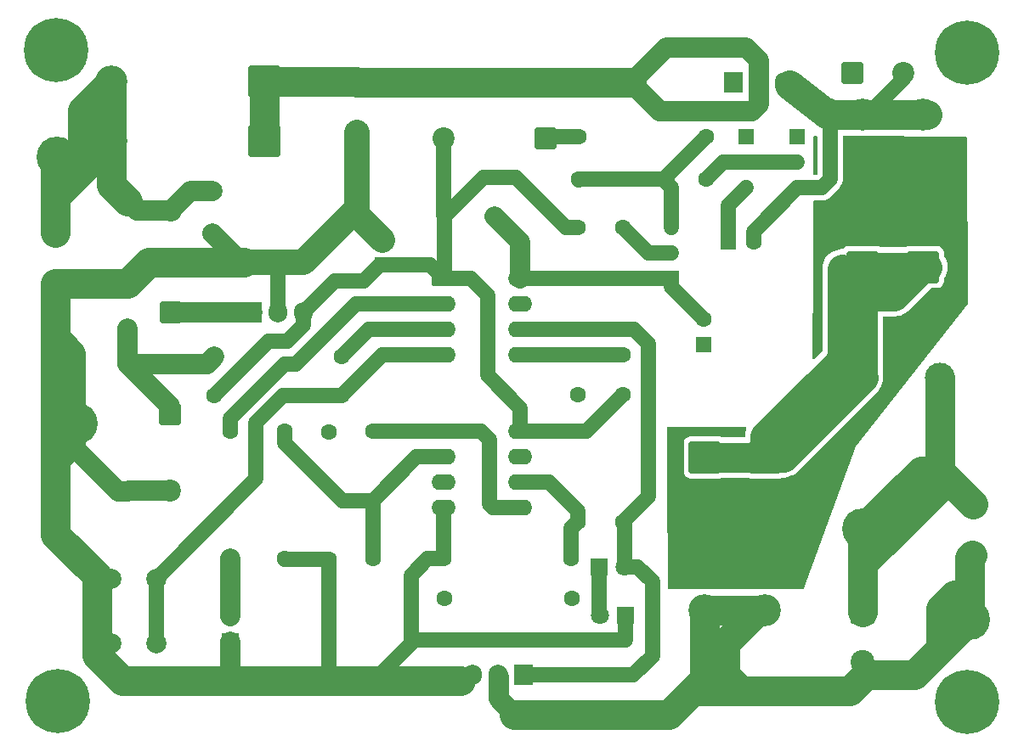
<source format=gbl>
G04 #@! TF.GenerationSoftware,KiCad,Pcbnew,9.0.6*
G04 #@! TF.CreationDate,2025-12-02T20:54:42+09:00*
G04 #@! TF.ProjectId,12f683MPPT,31326636-3833-44d5-9050-542e6b696361,rev?*
G04 #@! TF.SameCoordinates,Original*
G04 #@! TF.FileFunction,Copper,L2,Bot*
G04 #@! TF.FilePolarity,Positive*
%FSLAX46Y46*%
G04 Gerber Fmt 4.6, Leading zero omitted, Abs format (unit mm)*
G04 Created by KiCad (PCBNEW 9.0.6) date 2025-12-02 20:54:42*
%MOMM*%
%LPD*%
G01*
G04 APERTURE LIST*
G04 Aperture macros list*
%AMRoundRect*
0 Rectangle with rounded corners*
0 $1 Rounding radius*
0 $2 $3 $4 $5 $6 $7 $8 $9 X,Y pos of 4 corners*
0 Add a 4 corners polygon primitive as box body*
4,1,4,$2,$3,$4,$5,$6,$7,$8,$9,$2,$3,0*
0 Add four circle primitives for the rounded corners*
1,1,$1+$1,$2,$3*
1,1,$1+$1,$4,$5*
1,1,$1+$1,$6,$7*
1,1,$1+$1,$8,$9*
0 Add four rect primitives between the rounded corners*
20,1,$1+$1,$2,$3,$4,$5,0*
20,1,$1+$1,$4,$5,$6,$7,0*
20,1,$1+$1,$6,$7,$8,$9,0*
20,1,$1+$1,$8,$9,$2,$3,0*%
G04 Aperture macros list end*
G04 #@! TA.AperFunction,ComponentPad*
%ADD10RoundRect,0.249999X-0.850001X0.850001X-0.850001X-0.850001X0.850001X-0.850001X0.850001X0.850001X0*%
G04 #@! TD*
G04 #@! TA.AperFunction,ComponentPad*
%ADD11C,2.200000*%
G04 #@! TD*
G04 #@! TA.AperFunction,ComponentPad*
%ADD12RoundRect,0.250001X-0.949999X0.949999X-0.949999X-0.949999X0.949999X-0.949999X0.949999X0.949999X0*%
G04 #@! TD*
G04 #@! TA.AperFunction,ComponentPad*
%ADD13C,2.400000*%
G04 #@! TD*
G04 #@! TA.AperFunction,ComponentPad*
%ADD14RoundRect,0.250000X-0.550000X-0.550000X0.550000X-0.550000X0.550000X0.550000X-0.550000X0.550000X0*%
G04 #@! TD*
G04 #@! TA.AperFunction,ComponentPad*
%ADD15C,1.600000*%
G04 #@! TD*
G04 #@! TA.AperFunction,ComponentPad*
%ADD16RoundRect,0.250000X0.550000X-0.550000X0.550000X0.550000X-0.550000X0.550000X-0.550000X-0.550000X0*%
G04 #@! TD*
G04 #@! TA.AperFunction,ComponentPad*
%ADD17R,1.800000X1.800000*%
G04 #@! TD*
G04 #@! TA.AperFunction,ComponentPad*
%ADD18C,1.800000*%
G04 #@! TD*
G04 #@! TA.AperFunction,ComponentPad*
%ADD19RoundRect,0.250000X1.350000X1.350000X-1.350000X1.350000X-1.350000X-1.350000X1.350000X-1.350000X0*%
G04 #@! TD*
G04 #@! TA.AperFunction,ComponentPad*
%ADD20C,3.200000*%
G04 #@! TD*
G04 #@! TA.AperFunction,ComponentPad*
%ADD21C,3.000000*%
G04 #@! TD*
G04 #@! TA.AperFunction,ComponentPad*
%ADD22R,1.500000X1.500000*%
G04 #@! TD*
G04 #@! TA.AperFunction,ComponentPad*
%ADD23C,1.500000*%
G04 #@! TD*
G04 #@! TA.AperFunction,ComponentPad*
%ADD24RoundRect,0.250000X-0.950000X-0.550000X0.950000X-0.550000X0.950000X0.550000X-0.950000X0.550000X0*%
G04 #@! TD*
G04 #@! TA.AperFunction,ComponentPad*
%ADD25O,2.400000X1.600000*%
G04 #@! TD*
G04 #@! TA.AperFunction,ComponentPad*
%ADD26RoundRect,0.249999X0.850001X-0.850001X0.850001X0.850001X-0.850001X0.850001X-0.850001X-0.850001X0*%
G04 #@! TD*
G04 #@! TA.AperFunction,ComponentPad*
%ADD27R,1.905000X2.000000*%
G04 #@! TD*
G04 #@! TA.AperFunction,ComponentPad*
%ADD28O,1.905000X2.000000*%
G04 #@! TD*
G04 #@! TA.AperFunction,ComponentPad*
%ADD29RoundRect,0.250000X1.350000X-1.350000X1.350000X1.350000X-1.350000X1.350000X-1.350000X-1.350000X0*%
G04 #@! TD*
G04 #@! TA.AperFunction,ComponentPad*
%ADD30RoundRect,0.250000X-1.350000X1.350000X-1.350000X-1.350000X1.350000X-1.350000X1.350000X1.350000X0*%
G04 #@! TD*
G04 #@! TA.AperFunction,ComponentPad*
%ADD31C,2.000000*%
G04 #@! TD*
G04 #@! TA.AperFunction,ComponentPad*
%ADD32C,4.064000*%
G04 #@! TD*
G04 #@! TA.AperFunction,ComponentPad*
%ADD33RoundRect,0.249999X-0.850001X-0.850001X0.850001X-0.850001X0.850001X0.850001X-0.850001X0.850001X0*%
G04 #@! TD*
G04 #@! TA.AperFunction,ComponentPad*
%ADD34C,6.400000*%
G04 #@! TD*
G04 #@! TA.AperFunction,ComponentPad*
%ADD35RoundRect,0.249999X0.850001X0.850001X-0.850001X0.850001X-0.850001X-0.850001X0.850001X-0.850001X0*%
G04 #@! TD*
G04 #@! TA.AperFunction,Conductor*
%ADD36C,2.000000*%
G04 #@! TD*
G04 #@! TA.AperFunction,Conductor*
%ADD37C,3.000000*%
G04 #@! TD*
G04 #@! TA.AperFunction,Conductor*
%ADD38C,1.500000*%
G04 #@! TD*
G04 #@! TA.AperFunction,Conductor*
%ADD39C,1.000000*%
G04 #@! TD*
G04 #@! TA.AperFunction,Conductor*
%ADD40C,2.500000*%
G04 #@! TD*
G04 APERTURE END LIST*
D10*
X51200000Y-66590000D03*
D11*
X51200000Y-74210000D03*
D12*
X120250000Y-86250000D03*
D13*
X120250000Y-91250000D03*
D14*
X106832189Y-49389270D03*
D15*
X109332189Y-49389270D03*
D16*
X72400000Y-51700000D03*
D15*
X72400000Y-49200000D03*
D16*
X104400000Y-59600000D03*
D15*
X104400000Y-57100000D03*
D17*
X57200000Y-89275000D03*
D18*
X57200000Y-86735000D03*
D19*
X60590000Y-39300000D03*
D20*
X45350000Y-39300000D03*
D21*
X120270000Y-62900000D03*
X127890000Y-62900000D03*
D22*
X101190000Y-52990000D03*
D23*
X101190000Y-50450000D03*
X101190000Y-47910000D03*
D22*
X108630000Y-38900000D03*
D23*
X108630000Y-41440000D03*
X108630000Y-43980000D03*
D22*
X113730000Y-38900000D03*
D23*
X113730000Y-41440000D03*
X113730000Y-43980000D03*
D15*
X78500192Y-80999678D03*
X91200192Y-80999678D03*
X67080000Y-81000000D03*
X67080000Y-68300000D03*
X71460000Y-68270000D03*
X71460000Y-80970000D03*
X47000000Y-45350000D03*
X47000000Y-58050000D03*
X57200000Y-80950000D03*
X57200000Y-68250000D03*
X55650000Y-60800000D03*
X68350000Y-60800000D03*
X91960000Y-38900000D03*
X104660000Y-38900000D03*
X104650000Y-43150000D03*
X91950000Y-43150000D03*
X68350000Y-64700000D03*
X55650000Y-64700000D03*
D24*
X78460000Y-53020000D03*
D25*
X78460000Y-55560000D03*
X78460000Y-58100000D03*
X78460000Y-60640000D03*
X86080000Y-60640000D03*
X86080000Y-58100000D03*
X86080000Y-55560000D03*
X86080000Y-53020000D03*
D15*
X47000000Y-61550000D03*
X47000000Y-74250000D03*
D26*
X51300000Y-56380000D03*
D11*
X51300000Y-46220000D03*
D27*
X59420000Y-56400000D03*
D28*
X61960000Y-56400000D03*
X64500000Y-56400000D03*
D24*
X78500000Y-68280000D03*
D25*
X78500000Y-70820000D03*
X78500000Y-73360000D03*
X78500000Y-75900000D03*
X86120000Y-75900000D03*
X86120000Y-73360000D03*
X86120000Y-70820000D03*
X86120000Y-68280000D03*
D17*
X93990000Y-81800000D03*
D18*
X96530000Y-81800000D03*
D29*
X126250000Y-51880000D03*
D20*
X126250000Y-36640000D03*
D17*
X96560000Y-86670000D03*
D18*
X94020000Y-86670000D03*
D15*
X91226043Y-84929030D03*
X78526043Y-84929030D03*
D30*
X110500000Y-70875000D03*
D20*
X110500000Y-86115000D03*
D30*
X104500000Y-70875000D03*
D20*
X104500000Y-86115000D03*
D15*
X91810000Y-77320000D03*
X91810000Y-64620000D03*
D29*
X120250000Y-51875000D03*
D20*
X120250000Y-36635000D03*
D19*
X60590000Y-33400000D03*
D20*
X45350000Y-33400000D03*
D31*
X39800000Y-48430000D03*
X39800000Y-53510000D03*
X131150000Y-80640000D03*
X131150000Y-75560000D03*
D15*
X78570000Y-46840000D03*
X83570000Y-46840000D03*
D32*
X39940000Y-40950000D03*
X42000000Y-67500000D03*
X130910000Y-87030000D03*
X120250000Y-78000000D03*
D15*
X96340000Y-64630000D03*
X96340000Y-77330000D03*
X91820000Y-47900000D03*
X91820000Y-60600000D03*
X96360000Y-47900000D03*
X96360000Y-60600000D03*
X62640000Y-68280000D03*
X62640000Y-80980000D03*
D12*
X69850000Y-33470000D03*
D13*
X69850000Y-38470000D03*
D33*
X119177818Y-32500000D03*
D11*
X124257818Y-32500000D03*
D27*
X86440000Y-92555000D03*
D28*
X83900000Y-92555000D03*
X81360000Y-92555000D03*
D27*
X107300000Y-33500000D03*
D28*
X109840000Y-33500000D03*
X112380000Y-33500000D03*
D31*
X45350000Y-89450000D03*
X45350000Y-82950000D03*
X49850000Y-89450000D03*
X49850000Y-82950000D03*
D34*
X130657600Y-30480000D03*
X40055800Y-95199200D03*
X39903400Y-30251400D03*
X130606800Y-95275400D03*
D35*
X88595200Y-39039800D03*
D11*
X78435200Y-39039800D03*
D31*
X55400000Y-48500000D03*
X55200000Y-56400000D03*
X55400000Y-44300000D03*
D36*
X51200000Y-66590000D02*
X51200000Y-65750000D01*
X51200000Y-65750000D02*
X47000000Y-61550000D01*
X47040000Y-74210000D02*
X47000000Y-74250000D01*
X51200000Y-74210000D02*
X47040000Y-74210000D01*
D37*
X120250000Y-81500000D02*
X120250000Y-86250000D01*
X120250000Y-81500000D02*
X127890000Y-73860000D01*
X127890000Y-72200000D02*
X131200000Y-75510000D01*
X127890000Y-72200000D02*
X126050000Y-72200000D01*
X127890000Y-62900000D02*
X127890000Y-72200000D01*
X126050000Y-72200000D02*
X120250000Y-78000000D01*
X127890000Y-73860000D02*
X127890000Y-72200000D01*
X120250000Y-78000000D02*
X120250000Y-81500000D01*
X103270000Y-94170000D02*
X100940000Y-96500000D01*
X110500000Y-86115000D02*
X109785000Y-86115000D01*
X120540000Y-92530000D02*
X125410000Y-92530000D01*
X118900000Y-94170000D02*
X120540000Y-92530000D01*
X100940000Y-96500000D02*
X85500000Y-96500000D01*
X104500000Y-86115000D02*
X104500000Y-92940000D01*
X104500000Y-86115000D02*
X110500000Y-86115000D01*
X125410000Y-92530000D02*
X127980000Y-89960000D01*
X127980000Y-89960000D02*
X130910000Y-87030000D01*
D38*
X83840000Y-92780000D02*
X84060000Y-92560000D01*
D37*
X127980000Y-85980000D02*
X127980000Y-89960000D01*
X130910000Y-80880000D02*
X131150000Y-80640000D01*
X129320000Y-84640000D02*
X127980000Y-85980000D01*
X109785000Y-86115000D02*
X106500000Y-89400000D01*
X106500000Y-89400000D02*
X106500000Y-92570000D01*
X103270000Y-94170000D02*
X108100000Y-94170000D01*
X108100000Y-94170000D02*
X110020000Y-94170000D01*
D36*
X83947000Y-94947000D02*
X85500000Y-96500000D01*
D37*
X130910000Y-84640000D02*
X130910000Y-80880000D01*
X110020000Y-94170000D02*
X118900000Y-94170000D01*
X106500000Y-92570000D02*
X108100000Y-94170000D01*
D36*
X83947000Y-92710000D02*
X83947000Y-94947000D01*
D37*
X130910000Y-84640000D02*
X129320000Y-84640000D01*
X130910000Y-87030000D02*
X130910000Y-84640000D01*
X104500000Y-92940000D02*
X103270000Y-94170000D01*
X112900000Y-33700000D02*
X116780000Y-36640000D01*
X116780000Y-36640000D02*
X120720000Y-36640000D01*
D38*
X109332189Y-48377811D02*
X113730000Y-43980000D01*
X116970000Y-43140000D02*
X116130000Y-43980000D01*
X124257818Y-33102182D02*
X120720000Y-36640000D01*
X116970000Y-35870370D02*
X116970000Y-43140000D01*
D39*
X126734000Y-36576000D02*
X126670000Y-36640000D01*
D38*
X116130000Y-43980000D02*
X113730000Y-43980000D01*
D37*
X120720000Y-36640000D02*
X126670000Y-36640000D01*
D38*
X124257818Y-32500000D02*
X124257818Y-33102182D01*
X109332189Y-49389270D02*
X109332189Y-48377811D01*
D37*
X39800000Y-53510000D02*
X39800000Y-71080000D01*
D36*
X86080000Y-53020000D02*
X86080000Y-49350000D01*
D40*
X55190000Y-93170000D02*
X57200000Y-93170000D01*
D38*
X75250000Y-82650000D02*
X75250000Y-89410000D01*
X67080000Y-92250000D02*
X68000000Y-93170000D01*
X78500192Y-80999678D02*
X76900322Y-80999678D01*
D37*
X46505787Y-93170000D02*
X75370000Y-93170000D01*
D36*
X55400000Y-48500000D02*
X58300000Y-51400000D01*
D37*
X49100000Y-51400000D02*
X58600000Y-51400000D01*
D38*
X86080000Y-53020000D02*
X101160000Y-53020000D01*
D37*
X39800000Y-78550000D02*
X43930000Y-82680000D01*
D40*
X72400000Y-49200000D02*
X69850000Y-46650000D01*
D38*
X78500000Y-75900000D02*
X78500000Y-80999486D01*
D37*
X39800000Y-53510000D02*
X46990000Y-53510000D01*
D38*
X62660000Y-81000000D02*
X62640000Y-80980000D01*
X75590000Y-89070000D02*
X75250000Y-89410000D01*
X80910000Y-93170000D02*
X81520000Y-92560000D01*
X61960000Y-51460000D02*
X61900000Y-51400000D01*
D37*
X75370000Y-93170000D02*
X80150000Y-93170000D01*
X39800000Y-53510000D02*
X39800000Y-58980000D01*
D40*
X75320000Y-93170000D02*
X80150000Y-93170000D01*
X46505787Y-93170000D02*
X55190000Y-93170000D01*
D38*
X96560000Y-86670000D02*
X96560000Y-89070000D01*
D37*
X41340000Y-60520000D02*
X39800000Y-58980000D01*
D40*
X61900000Y-51400000D02*
X64500000Y-51400000D01*
D36*
X46050000Y-74250000D02*
X41340000Y-69540000D01*
D40*
X58600000Y-51400000D02*
X61900000Y-51400000D01*
D37*
X41340000Y-69540000D02*
X41340000Y-68790000D01*
D38*
X67080000Y-81000000D02*
X67080000Y-92250000D01*
D37*
X46990000Y-53510000D02*
X49100000Y-51400000D01*
X41340000Y-68790000D02*
X41340000Y-60520000D01*
D38*
X61960000Y-56400000D02*
X61960000Y-51460000D01*
D36*
X86080000Y-49350000D02*
X83570000Y-46840000D01*
D38*
X101190000Y-53890000D02*
X104400000Y-57100000D01*
D37*
X43930000Y-89180000D02*
X43930000Y-90594213D01*
D38*
X80150000Y-93170000D02*
X80910000Y-93170000D01*
D40*
X69850000Y-46650000D02*
X69850000Y-46050000D01*
X71490000Y-93170000D02*
X75320000Y-93170000D01*
X68000000Y-93170000D02*
X71490000Y-93170000D01*
D38*
X78500000Y-80999486D02*
X78500192Y-80999678D01*
D36*
X57200000Y-89275000D02*
X57200000Y-93170000D01*
D38*
X96560000Y-89070000D02*
X75590000Y-89070000D01*
D40*
X57200000Y-93170000D02*
X68000000Y-93170000D01*
D37*
X39800000Y-60030000D02*
X39940000Y-60170000D01*
D40*
X69850000Y-46050000D02*
X64500000Y-51400000D01*
D37*
X39800000Y-58980000D02*
X39800000Y-60030000D01*
X39800000Y-71080000D02*
X39800000Y-78550000D01*
D40*
X69850000Y-46050000D02*
X69850000Y-38470000D01*
D37*
X43930000Y-90594213D02*
X46505787Y-93170000D01*
X43930000Y-82680000D02*
X43930000Y-89180000D01*
D38*
X67080000Y-81000000D02*
X62660000Y-81000000D01*
X101190000Y-52990000D02*
X101190000Y-53890000D01*
D36*
X47000000Y-74250000D02*
X46050000Y-74250000D01*
X58300000Y-51400000D02*
X58600000Y-51400000D01*
D40*
X64500000Y-51400000D02*
X58600000Y-51400000D01*
D38*
X101160000Y-53020000D02*
X101190000Y-52990000D01*
X75250000Y-89410000D02*
X71490000Y-93170000D01*
X76900322Y-80999678D02*
X75250000Y-82650000D01*
D37*
X39800000Y-71080000D02*
X41340000Y-69540000D01*
D38*
X91960000Y-38900000D02*
X88735000Y-38900000D01*
X106832189Y-49389270D02*
X106832189Y-45777811D01*
X88735000Y-38900000D02*
X88595200Y-39039800D01*
X106832189Y-45777811D02*
X108630000Y-43980000D01*
X88750000Y-38900000D02*
X88650000Y-38800000D01*
X72400000Y-51700000D02*
X77140000Y-51700000D01*
X86120000Y-68280000D02*
X92690000Y-68280000D01*
X78460000Y-53020000D02*
X81160000Y-53020000D01*
X64500000Y-56400000D02*
X67600000Y-53300000D01*
X61050000Y-59300000D02*
X62900000Y-59300000D01*
X67600000Y-53300000D02*
X70500000Y-53300000D01*
X78570000Y-46840000D02*
X78570000Y-52910000D01*
X78435200Y-46705200D02*
X78570000Y-46840000D01*
X70500000Y-53300000D02*
X72100000Y-51700000D01*
X82840000Y-54700000D02*
X82840000Y-62700000D01*
X91820000Y-47900000D02*
X90622800Y-47900000D01*
X92690000Y-68280000D02*
X96340000Y-64630000D01*
X81160000Y-53020000D02*
X82840000Y-54700000D01*
X82840000Y-62700000D02*
X86120000Y-65980000D01*
X55650000Y-64700000D02*
X61050000Y-59300000D01*
X64500000Y-57700000D02*
X64500000Y-56400000D01*
X72100000Y-51700000D02*
X72400000Y-51700000D01*
X86120000Y-65980000D02*
X86120000Y-68280000D01*
X78435200Y-39039800D02*
X78435200Y-46705200D01*
X82458600Y-42951400D02*
X78570000Y-46840000D01*
X62900000Y-59300000D02*
X64500000Y-57700000D01*
X90622800Y-47900000D02*
X85674200Y-42951400D01*
X77140000Y-51700000D02*
X78460000Y-53020000D01*
X85674200Y-42951400D02*
X82458600Y-42951400D01*
X78570000Y-52910000D02*
X78460000Y-53020000D01*
X78490000Y-46760000D02*
X78570000Y-46840000D01*
D37*
X60590000Y-33400000D02*
X69780000Y-33400000D01*
D36*
X109840000Y-33500000D02*
X109840000Y-35660000D01*
X108640000Y-30000000D02*
X100630000Y-30000000D01*
X99990000Y-36300000D02*
X97160000Y-33470000D01*
D38*
X109880000Y-33530000D02*
X109810000Y-33600000D01*
D36*
X109840000Y-35660000D02*
X109200000Y-36300000D01*
X109855000Y-33528000D02*
X109855000Y-31265000D01*
X109855000Y-31265000D02*
X109880000Y-31240000D01*
X109880000Y-31240000D02*
X108640000Y-30000000D01*
X100630000Y-30000000D02*
X97160000Y-33470000D01*
D37*
X97160000Y-33470000D02*
X69850000Y-33470000D01*
X60590000Y-33400000D02*
X60590000Y-39300000D01*
D36*
X109200000Y-36300000D02*
X99990000Y-36300000D01*
D37*
X69780000Y-33400000D02*
X69850000Y-33470000D01*
X117500000Y-61800000D02*
X118200000Y-61100000D01*
X123330000Y-54800000D02*
X126250000Y-51880000D01*
X110500000Y-68800000D02*
X117500000Y-61800000D01*
X120250000Y-54800000D02*
X120250000Y-60500000D01*
X110500000Y-70875000D02*
X110500000Y-68800000D01*
X120250000Y-54800000D02*
X123330000Y-54800000D01*
X120720000Y-51880000D02*
X126670000Y-51880000D01*
X118200000Y-61100000D02*
X118200000Y-52100000D01*
X120250000Y-51875000D02*
X120250000Y-54800000D01*
X112295000Y-70875000D02*
X120270000Y-62900000D01*
X120250000Y-62880000D02*
X120270000Y-62900000D01*
X120250000Y-60500000D02*
X120250000Y-62880000D01*
X110500000Y-70875000D02*
X112295000Y-70875000D01*
X104500000Y-70875000D02*
X110500000Y-70875000D01*
X45350000Y-33400000D02*
X42500000Y-36250000D01*
X42500000Y-36250000D02*
X42500000Y-39400000D01*
X39800000Y-48430000D02*
X39800000Y-44850000D01*
X39800000Y-48430000D02*
X39800000Y-41090000D01*
D36*
X51300000Y-46220000D02*
X47870000Y-46220000D01*
D37*
X45350000Y-43700000D02*
X47000000Y-45350000D01*
D36*
X47870000Y-46220000D02*
X47000000Y-45350000D01*
D37*
X39800000Y-41090000D02*
X39940000Y-40950000D01*
D36*
X55400000Y-44300000D02*
X53220000Y-44300000D01*
D37*
X39800000Y-44850000D02*
X45350000Y-39300000D01*
X45350000Y-39300000D02*
X45350000Y-43700000D01*
X45350000Y-33400000D02*
X45350000Y-39300000D01*
X40040000Y-41050000D02*
X39940000Y-40950000D01*
D36*
X53220000Y-44300000D02*
X51300000Y-46220000D01*
X57200000Y-86735000D02*
X57200000Y-80950000D01*
D38*
X97460000Y-58100000D02*
X98890000Y-59530000D01*
X86600000Y-92560000D02*
X97370000Y-92560000D01*
X96490000Y-77510000D02*
X96520000Y-77480000D01*
X86080000Y-58100000D02*
X97460000Y-58100000D01*
X97370000Y-92560000D02*
X99270000Y-90660000D01*
X98890000Y-59530000D02*
X98890000Y-74780000D01*
X98890000Y-74780000D02*
X96340000Y-77330000D01*
X99270000Y-83267208D02*
X99270000Y-90660000D01*
X96530000Y-81800000D02*
X97802792Y-81800000D01*
X96530000Y-77520000D02*
X96340000Y-77330000D01*
X97802792Y-81800000D02*
X99270000Y-83267208D01*
X96530000Y-81800000D02*
X96530000Y-77520000D01*
X93990000Y-81800000D02*
X93990000Y-86640000D01*
X93990000Y-86640000D02*
X94020000Y-86670000D01*
X98910000Y-50450000D02*
X96360000Y-47900000D01*
X101190000Y-50450000D02*
X98910000Y-50450000D01*
X100410000Y-43150000D02*
X104660000Y-38900000D01*
X91950000Y-43150000D02*
X100410000Y-43150000D01*
X101190000Y-43930000D02*
X100410000Y-43150000D01*
X91910000Y-43190000D02*
X91950000Y-43150000D01*
X101190000Y-47910000D02*
X101190000Y-43930000D01*
X106360000Y-41440000D02*
X104650000Y-43150000D01*
X108630000Y-41440000D02*
X113730000Y-41440000D01*
X108630000Y-41440000D02*
X106360000Y-41440000D01*
X91810000Y-76188630D02*
X88981370Y-73360000D01*
X86120000Y-73360000D02*
X88820000Y-73360000D01*
X91200192Y-80999678D02*
X91200192Y-77929808D01*
X91810000Y-77320000D02*
X91810000Y-76188630D01*
X91200192Y-77929808D02*
X91810000Y-77320000D01*
X88981370Y-73360000D02*
X88820000Y-73360000D01*
D36*
X54900000Y-61550000D02*
X55650000Y-60800000D01*
X47000000Y-61550000D02*
X54900000Y-61550000D01*
X47000000Y-58050000D02*
X47000000Y-61550000D01*
D38*
X62640000Y-68280000D02*
X62640000Y-69411370D01*
X62640000Y-69411370D02*
X68388630Y-75160000D01*
X75800000Y-70820000D02*
X71460000Y-75160000D01*
X71460000Y-75160000D02*
X71460000Y-79838630D01*
X78500000Y-70820000D02*
X75800000Y-70820000D01*
X68388630Y-75160000D02*
X71460000Y-75160000D01*
X71460000Y-79838630D02*
X71460000Y-80970000D01*
X83020000Y-69140000D02*
X82160000Y-68280000D01*
X71460000Y-68270000D02*
X78490000Y-68270000D01*
X78490000Y-68270000D02*
X78500000Y-68280000D01*
X86120000Y-75900000D02*
X83420000Y-75900000D01*
X83420000Y-75900000D02*
X83020000Y-75500000D01*
X83020000Y-75500000D02*
X83020000Y-69140000D01*
X82160000Y-68280000D02*
X78500000Y-68280000D01*
X71050000Y-58100000D02*
X68350000Y-60800000D01*
X78460000Y-58100000D02*
X71050000Y-58100000D01*
X62600000Y-61600000D02*
X57200000Y-67000000D01*
X78460000Y-55560000D02*
X69740000Y-55560000D01*
X63700000Y-61600000D02*
X62600000Y-61600000D01*
X69740000Y-55560000D02*
X63700000Y-61600000D01*
X57200000Y-67000000D02*
X57200000Y-68250000D01*
X86080000Y-60640000D02*
X91780000Y-60640000D01*
X91820000Y-60600000D02*
X96360000Y-60600000D01*
X91780000Y-60640000D02*
X91820000Y-60600000D01*
X68350000Y-64700000D02*
X62500000Y-64700000D01*
X59800000Y-73000000D02*
X49850000Y-82950000D01*
X62500000Y-64700000D02*
X59800000Y-67400000D01*
X59800000Y-67400000D02*
X59800000Y-73000000D01*
X78460000Y-60640000D02*
X72410000Y-60640000D01*
X49850000Y-82950000D02*
X49850000Y-89450000D01*
X72410000Y-60640000D02*
X68350000Y-64700000D01*
D36*
X51300000Y-56380000D02*
X55180000Y-56380000D01*
X55180000Y-56380000D02*
X55200000Y-56400000D01*
X55200000Y-56400000D02*
X59420000Y-56400000D01*
G04 #@! TA.AperFunction,NonConductor*
G36*
X115588314Y-38801884D02*
G01*
X115655219Y-38822005D01*
X115700628Y-38875106D01*
X115711500Y-38925880D01*
X115711500Y-42567350D01*
X115702855Y-42596790D01*
X115696332Y-42626777D01*
X115692577Y-42631792D01*
X115691815Y-42634389D01*
X115675181Y-42655031D01*
X115645031Y-42685181D01*
X115583708Y-42718666D01*
X115557350Y-42721500D01*
X115424000Y-42721500D01*
X115356961Y-42701815D01*
X115311206Y-42649011D01*
X115300000Y-42597500D01*
X115300000Y-38924812D01*
X115319685Y-38857773D01*
X115372489Y-38812018D01*
X115424806Y-38800815D01*
X115588314Y-38801884D01*
G37*
G04 #@! TD.AperFunction*
G04 #@! TA.AperFunction,NonConductor*
G36*
X130477551Y-38899199D02*
G01*
X130544459Y-38919321D01*
X130589868Y-38972423D01*
X130600737Y-39022449D01*
X130699739Y-55456802D01*
X130680458Y-55523959D01*
X130673363Y-55534008D01*
X119499999Y-69800000D01*
X119499998Y-69800001D01*
X114329794Y-83918639D01*
X114288258Y-83974822D01*
X114222940Y-83999629D01*
X114213356Y-84000000D01*
X100923237Y-84000000D01*
X100856198Y-83980315D01*
X100810443Y-83927511D01*
X100799239Y-83876765D01*
X100731587Y-72917112D01*
X100700775Y-67925620D01*
X100720046Y-67858463D01*
X100772566Y-67812383D01*
X100825620Y-67800860D01*
X108533278Y-67853652D01*
X108600180Y-67873795D01*
X108645573Y-67926911D01*
X108655042Y-67996136D01*
X108646989Y-68025101D01*
X108594010Y-68153003D01*
X108525865Y-68407323D01*
X108491499Y-68668348D01*
X108491499Y-68742500D01*
X108471814Y-68809539D01*
X108419010Y-68855294D01*
X108367499Y-68866500D01*
X106262402Y-68866500D01*
X106197305Y-68848038D01*
X106185890Y-68840997D01*
X106172742Y-68832887D01*
X106172739Y-68832885D01*
X106172738Y-68832885D01*
X106172735Y-68832884D01*
X106004427Y-68777113D01*
X105900545Y-68766500D01*
X103099462Y-68766500D01*
X103099446Y-68766501D01*
X102995572Y-68777113D01*
X102827264Y-68832884D01*
X102827259Y-68832886D01*
X102676346Y-68925971D01*
X102550971Y-69051346D01*
X102457886Y-69202259D01*
X102457884Y-69202264D01*
X102402113Y-69370572D01*
X102391500Y-69474447D01*
X102391500Y-72275537D01*
X102391501Y-72275553D01*
X102402113Y-72379427D01*
X102457884Y-72547735D01*
X102457886Y-72547740D01*
X102493142Y-72604898D01*
X102550970Y-72698652D01*
X102676348Y-72824030D01*
X102827262Y-72917115D01*
X102995574Y-72972887D01*
X103099455Y-72983500D01*
X105900544Y-72983499D01*
X106004426Y-72972887D01*
X106172738Y-72917115D01*
X106197305Y-72901961D01*
X106262402Y-72883500D01*
X108737598Y-72883500D01*
X108802694Y-72901961D01*
X108827262Y-72917115D01*
X108995574Y-72972887D01*
X109099455Y-72983500D01*
X111900544Y-72983499D01*
X112004426Y-72972887D01*
X112172738Y-72917115D01*
X112197307Y-72901961D01*
X112262402Y-72883501D01*
X112426637Y-72883501D01*
X112426644Y-72883501D01*
X112687680Y-72849134D01*
X112781369Y-72824030D01*
X112941997Y-72780990D01*
X113140778Y-72698652D01*
X113185234Y-72680238D01*
X113185237Y-72680236D01*
X113185243Y-72680234D01*
X113413257Y-72548590D01*
X113622138Y-72388311D01*
X113808311Y-72202138D01*
X113813675Y-72196774D01*
X113813690Y-72196756D01*
X121591756Y-64418690D01*
X121591774Y-64418675D01*
X121783306Y-64227143D01*
X121783311Y-64227138D01*
X121943590Y-64018257D01*
X122075234Y-63790243D01*
X122175990Y-63546997D01*
X122244134Y-63292680D01*
X122246767Y-63272680D01*
X122278501Y-63031644D01*
X122278501Y-62768356D01*
X122259561Y-62624495D01*
X122258500Y-62608309D01*
X122258500Y-56932500D01*
X122278185Y-56865461D01*
X122330989Y-56819706D01*
X122382500Y-56808500D01*
X123194484Y-56808500D01*
X123194516Y-56808501D01*
X123198356Y-56808501D01*
X123461637Y-56808501D01*
X123461644Y-56808501D01*
X123722680Y-56774134D01*
X123976997Y-56705990D01*
X124160099Y-56630146D01*
X124220234Y-56605238D01*
X124220237Y-56605236D01*
X124220243Y-56605234D01*
X124448257Y-56473590D01*
X124657138Y-56313311D01*
X124843311Y-56127138D01*
X124848675Y-56121774D01*
X124848690Y-56121756D01*
X126945629Y-54024818D01*
X127006952Y-53991333D01*
X127033310Y-53988499D01*
X127650537Y-53988499D01*
X127650544Y-53988499D01*
X127754426Y-53977887D01*
X127922738Y-53922115D01*
X128073652Y-53829030D01*
X128199030Y-53703652D01*
X128292115Y-53552738D01*
X128347887Y-53384426D01*
X128358500Y-53280545D01*
X128358499Y-53005656D01*
X128375111Y-52943659D01*
X128475234Y-52770243D01*
X128575990Y-52526997D01*
X128644134Y-52272680D01*
X128678500Y-52011644D01*
X128678500Y-51748356D01*
X128644134Y-51487320D01*
X128575990Y-51233003D01*
X128524874Y-51109598D01*
X128475238Y-50989765D01*
X128475230Y-50989749D01*
X128375112Y-50816340D01*
X128358499Y-50754340D01*
X128358499Y-50479462D01*
X128358498Y-50479446D01*
X128351702Y-50412922D01*
X128347887Y-50375574D01*
X128292115Y-50207262D01*
X128199030Y-50056348D01*
X128073652Y-49930970D01*
X127977236Y-49871500D01*
X127922740Y-49837886D01*
X127922735Y-49837884D01*
X127754427Y-49782113D01*
X127650545Y-49771500D01*
X124849462Y-49771500D01*
X124849446Y-49771501D01*
X124745572Y-49782113D01*
X124577264Y-49837884D01*
X124577257Y-49837887D01*
X124559383Y-49848912D01*
X124552694Y-49853038D01*
X124487598Y-49871500D01*
X122020510Y-49871500D01*
X121955414Y-49853039D01*
X121930843Y-49837884D01*
X121922738Y-49832885D01*
X121922737Y-49832884D01*
X121922736Y-49832884D01*
X121922735Y-49832883D01*
X121754428Y-49777113D01*
X121650545Y-49766500D01*
X118849462Y-49766500D01*
X118849446Y-49766501D01*
X118745572Y-49777113D01*
X118577264Y-49832884D01*
X118577259Y-49832886D01*
X118426346Y-49925971D01*
X118297137Y-50055181D01*
X118235814Y-50088666D01*
X118209456Y-50091500D01*
X118068356Y-50091500D01*
X118068350Y-50091500D01*
X118068346Y-50091501D01*
X117807321Y-50125865D01*
X117553004Y-50194009D01*
X117309765Y-50294761D01*
X117309749Y-50294769D01*
X117081743Y-50426409D01*
X116872863Y-50586687D01*
X116872856Y-50586693D01*
X116686693Y-50772856D01*
X116686687Y-50772863D01*
X116526409Y-50981743D01*
X116394769Y-51209749D01*
X116394761Y-51209765D01*
X116294009Y-51453004D01*
X116225865Y-51707321D01*
X116191501Y-51968346D01*
X116191500Y-51968362D01*
X116191500Y-60216689D01*
X116171815Y-60283728D01*
X116155181Y-60304370D01*
X115413242Y-61046308D01*
X115351919Y-61079793D01*
X115282227Y-61074809D01*
X115226294Y-61032937D01*
X115201877Y-60967473D01*
X115201568Y-60957276D01*
X115300000Y-52000000D01*
X115300000Y-45362500D01*
X115319685Y-45295461D01*
X115372489Y-45249706D01*
X115424000Y-45238500D01*
X116229051Y-45238500D01*
X116424700Y-45207512D01*
X116613097Y-45146298D01*
X116789598Y-45056366D01*
X116949858Y-44939930D01*
X117089930Y-44799858D01*
X117929930Y-43959858D01*
X118046366Y-43799598D01*
X118121423Y-43652290D01*
X118136298Y-43623097D01*
X118197512Y-43434700D01*
X118223534Y-43270403D01*
X118228500Y-43239051D01*
X118228500Y-38943952D01*
X118248185Y-38876913D01*
X118300989Y-38831158D01*
X118353304Y-38819956D01*
X130477551Y-38899199D01*
G37*
G04 #@! TD.AperFunction*
M02*

</source>
